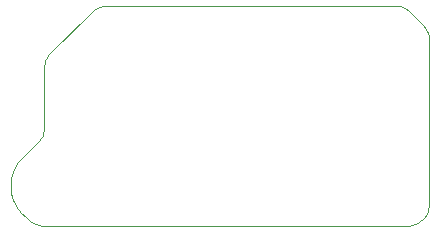
<source format=gko>
G04*
G04 #@! TF.GenerationSoftware,Altium Limited,Altium Designer,18.1.6 (161)*
G04*
G04 Layer_Color=16711935*
%FSLAX25Y25*%
%MOIN*%
G70*
G01*
G75*
%ADD56C,0.00197*%
G54D56*
X399000Y254000D02*
X399046Y252948D01*
X399183Y251904D01*
X399411Y250876D01*
X399728Y249871D01*
X400131Y248899D01*
X400617Y247965D01*
X401183Y247076D01*
X401824Y246241D01*
X402535Y245464D01*
X402500Y263500D02*
X401796Y262731D01*
X401161Y261904D01*
X400601Y261025D01*
X400120Y260100D01*
X399721Y259137D01*
X399407Y258143D01*
X399182Y257125D01*
X399045Y256092D01*
X399000Y255050D01*
X412121Y298621D02*
X411497Y297909D01*
X410970Y297121D01*
X410551Y296272D01*
X410247Y295374D01*
X410062Y294445D01*
X410000Y293500D01*
X430828Y314500D02*
X429760Y314416D01*
X428718Y314166D01*
X427728Y313756D01*
X426815Y313196D01*
X426000Y312500D01*
X532121Y312379D02*
X531409Y313003D01*
X530621Y313530D01*
X529772Y313949D01*
X528874Y314253D01*
X527945Y314438D01*
X527000Y314500D01*
X538500Y302465D02*
X538446Y303420D01*
X538286Y304364D01*
X538021Y305284D01*
X537655Y306168D01*
X537192Y307006D01*
X536638Y307786D01*
X536000Y308500D01*
X536250Y243250D02*
X536912Y244005D01*
X537471Y244841D01*
X537915Y245742D01*
X538238Y246694D01*
X538434Y247679D01*
X538500Y248682D01*
X530818Y241000D02*
X531821Y241066D01*
X532806Y241262D01*
X533758Y241585D01*
X534659Y242029D01*
X535495Y242587D01*
X536250Y243250D01*
X404000Y244000D02*
X404745Y243325D01*
X405552Y242726D01*
X406414Y242209D01*
X407323Y241780D01*
X408269Y241441D01*
X409244Y241197D01*
X410239Y241049D01*
X411243Y241000D01*
X408500Y269500D02*
X409137Y270276D01*
X409610Y271162D01*
X409902Y272122D01*
X410000Y273121D01*
X402535Y245464D02*
X404000Y244000D01*
X402500Y263500D02*
X408500Y269500D01*
X399000Y254000D02*
Y255050D01*
X410000Y276500D02*
Y293500D01*
X412121Y298621D02*
X426000Y312500D01*
X430828Y314500D02*
X527000D01*
X532121Y312379D02*
X536000Y308500D01*
X538500Y248682D02*
Y302465D01*
X411243Y241000D02*
X530818D01*
X410000Y273121D02*
Y283500D01*
M02*

</source>
